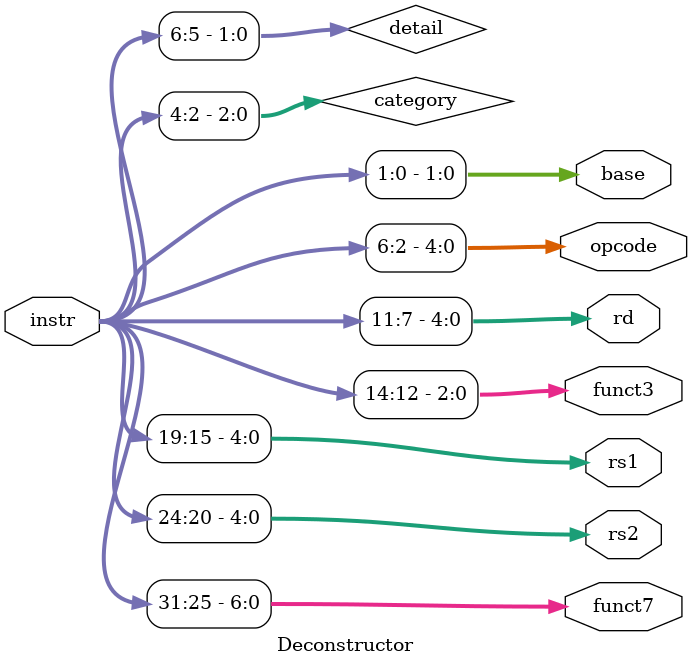
<source format=v>
module Deconstructor(
    instr,
    funct7,
    rs2,
    rs1,
    funct3,
    rd,
    opcode,
    base
);

parameter ADDR_SIZE         =   32;
parameter WORD_SIZE         =   32;
parameter BYTES             =   4;

input [WORD_SIZE-1:0]   instr;
output [6:0]            funct7;
output [4:0]            rs2;
output [4:0]            rs1;
output [2:0]            funct3;
output [4:0]            rd;
output [4:0]            opcode;
output [1:0]            base;

wire   [4:2]            category;
wire   [6:5]            detail;

assign base         = instr[1:0];
assign category     = instr[4:2];
assign detail       = instr[6:5];
assign opcode = {detail, category};

assign rd     = instr[11:7];
assign funct3 = instr[14:12];
assign rs1    = instr[19:15];
assign rs2    = instr[24:20];
assign funct7 = instr[31:25];


endmodule
</source>
